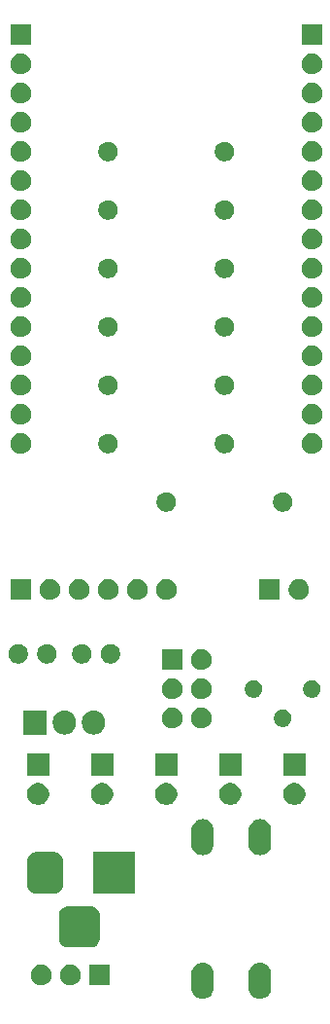
<source format=gbr>
G04 #@! TF.GenerationSoftware,KiCad,Pcbnew,(5.1.5-0)*
G04 #@! TF.CreationDate,2021-12-18T14:01:16-07:00*
G04 #@! TF.ProjectId,starman,73746172-6d61-46e2-9e6b-696361645f70,rev?*
G04 #@! TF.SameCoordinates,Original*
G04 #@! TF.FileFunction,Soldermask,Bot*
G04 #@! TF.FilePolarity,Negative*
%FSLAX46Y46*%
G04 Gerber Fmt 4.6, Leading zero omitted, Abs format (unit mm)*
G04 Created by KiCad (PCBNEW (5.1.5-0)) date 2021-12-18 14:01:16*
%MOMM*%
%LPD*%
G04 APERTURE LIST*
%ADD10C,0.100000*%
G04 APERTURE END LIST*
D10*
G36*
X120206328Y-144235122D02*
G01*
X120342436Y-144276410D01*
X120390309Y-144290932D01*
X120505674Y-144352596D01*
X120559860Y-144381559D01*
X120606035Y-144419454D01*
X120708476Y-144503524D01*
X120777923Y-144588147D01*
X120830441Y-144652140D01*
X120863316Y-144713646D01*
X120921068Y-144821691D01*
X120921069Y-144821694D01*
X120976878Y-145005671D01*
X120991000Y-145149056D01*
X120991000Y-146442944D01*
X120976878Y-146586329D01*
X120921069Y-146770306D01*
X120921068Y-146770309D01*
X120921067Y-146770310D01*
X120830441Y-146939860D01*
X120792546Y-146986035D01*
X120708476Y-147088476D01*
X120606035Y-147172546D01*
X120559860Y-147210441D01*
X120480225Y-147253006D01*
X120390309Y-147301068D01*
X120390306Y-147301069D01*
X120206329Y-147356878D01*
X120015000Y-147375722D01*
X119823672Y-147356878D01*
X119639695Y-147301069D01*
X119639692Y-147301068D01*
X119549776Y-147253006D01*
X119470141Y-147210441D01*
X119423966Y-147172546D01*
X119321525Y-147088476D01*
X119237455Y-146986035D01*
X119199560Y-146939860D01*
X119108932Y-146770306D01*
X119053123Y-146586329D01*
X119053123Y-146586327D01*
X119053122Y-146586325D01*
X119039000Y-146442945D01*
X119039000Y-145149056D01*
X119053122Y-145005674D01*
X119053122Y-145005672D01*
X119108931Y-144821695D01*
X119108932Y-144821691D01*
X119170596Y-144706326D01*
X119199559Y-144652140D01*
X119252077Y-144588147D01*
X119321524Y-144503524D01*
X119423965Y-144419454D01*
X119470140Y-144381559D01*
X119549775Y-144338994D01*
X119639691Y-144290932D01*
X119639694Y-144290931D01*
X119823671Y-144235122D01*
X120015000Y-144216278D01*
X120206328Y-144235122D01*
G37*
G36*
X125206328Y-144235122D02*
G01*
X125342436Y-144276410D01*
X125390309Y-144290932D01*
X125505674Y-144352596D01*
X125559860Y-144381559D01*
X125606035Y-144419454D01*
X125708476Y-144503524D01*
X125777923Y-144588147D01*
X125830441Y-144652140D01*
X125863316Y-144713646D01*
X125921068Y-144821691D01*
X125921069Y-144821694D01*
X125976878Y-145005671D01*
X125991000Y-145149056D01*
X125991000Y-146442944D01*
X125976878Y-146586329D01*
X125921069Y-146770306D01*
X125921068Y-146770309D01*
X125921067Y-146770310D01*
X125830441Y-146939860D01*
X125792546Y-146986035D01*
X125708476Y-147088476D01*
X125606035Y-147172546D01*
X125559860Y-147210441D01*
X125480225Y-147253006D01*
X125390309Y-147301068D01*
X125390306Y-147301069D01*
X125206329Y-147356878D01*
X125015000Y-147375722D01*
X124823672Y-147356878D01*
X124639695Y-147301069D01*
X124639692Y-147301068D01*
X124549776Y-147253006D01*
X124470141Y-147210441D01*
X124423966Y-147172546D01*
X124321525Y-147088476D01*
X124237455Y-146986035D01*
X124199560Y-146939860D01*
X124108932Y-146770306D01*
X124053123Y-146586329D01*
X124053123Y-146586327D01*
X124053122Y-146586325D01*
X124039000Y-146442945D01*
X124039000Y-145149056D01*
X124053122Y-145005674D01*
X124053122Y-145005672D01*
X124108931Y-144821695D01*
X124108932Y-144821691D01*
X124170596Y-144706326D01*
X124199559Y-144652140D01*
X124252077Y-144588147D01*
X124321524Y-144503524D01*
X124423965Y-144419454D01*
X124470140Y-144381559D01*
X124549775Y-144338994D01*
X124639691Y-144290932D01*
X124639694Y-144290931D01*
X124823671Y-144235122D01*
X125015000Y-144216278D01*
X125206328Y-144235122D01*
G37*
G36*
X111899000Y-146189000D02*
G01*
X110097000Y-146189000D01*
X110097000Y-144387000D01*
X111899000Y-144387000D01*
X111899000Y-146189000D01*
G37*
G36*
X108571512Y-144391927D02*
G01*
X108720812Y-144421624D01*
X108884784Y-144489544D01*
X109032354Y-144588147D01*
X109157853Y-144713646D01*
X109256456Y-144861216D01*
X109324376Y-145025188D01*
X109359000Y-145199259D01*
X109359000Y-145376741D01*
X109324376Y-145550812D01*
X109256456Y-145714784D01*
X109157853Y-145862354D01*
X109032354Y-145987853D01*
X108884784Y-146086456D01*
X108720812Y-146154376D01*
X108571512Y-146184073D01*
X108546742Y-146189000D01*
X108369258Y-146189000D01*
X108344488Y-146184073D01*
X108195188Y-146154376D01*
X108031216Y-146086456D01*
X107883646Y-145987853D01*
X107758147Y-145862354D01*
X107659544Y-145714784D01*
X107591624Y-145550812D01*
X107557000Y-145376741D01*
X107557000Y-145199259D01*
X107591624Y-145025188D01*
X107659544Y-144861216D01*
X107758147Y-144713646D01*
X107883646Y-144588147D01*
X108031216Y-144489544D01*
X108195188Y-144421624D01*
X108344488Y-144391927D01*
X108369258Y-144387000D01*
X108546742Y-144387000D01*
X108571512Y-144391927D01*
G37*
G36*
X106031512Y-144391927D02*
G01*
X106180812Y-144421624D01*
X106344784Y-144489544D01*
X106492354Y-144588147D01*
X106617853Y-144713646D01*
X106716456Y-144861216D01*
X106784376Y-145025188D01*
X106819000Y-145199259D01*
X106819000Y-145376741D01*
X106784376Y-145550812D01*
X106716456Y-145714784D01*
X106617853Y-145862354D01*
X106492354Y-145987853D01*
X106344784Y-146086456D01*
X106180812Y-146154376D01*
X106031512Y-146184073D01*
X106006742Y-146189000D01*
X105829258Y-146189000D01*
X105804488Y-146184073D01*
X105655188Y-146154376D01*
X105491216Y-146086456D01*
X105343646Y-145987853D01*
X105218147Y-145862354D01*
X105119544Y-145714784D01*
X105051624Y-145550812D01*
X105017000Y-145376741D01*
X105017000Y-145199259D01*
X105051624Y-145025188D01*
X105119544Y-144861216D01*
X105218147Y-144713646D01*
X105343646Y-144588147D01*
X105491216Y-144489544D01*
X105655188Y-144421624D01*
X105804488Y-144391927D01*
X105829258Y-144387000D01*
X106006742Y-144387000D01*
X106031512Y-144391927D01*
G37*
G36*
X110394366Y-139313695D02*
G01*
X110551460Y-139361349D01*
X110696231Y-139438731D01*
X110823128Y-139542872D01*
X110927269Y-139669769D01*
X111004651Y-139814540D01*
X111052305Y-139971634D01*
X111069000Y-140141140D01*
X111069000Y-142054860D01*
X111052305Y-142224366D01*
X111004651Y-142381460D01*
X110927269Y-142526231D01*
X110823128Y-142653128D01*
X110696231Y-142757269D01*
X110551460Y-142834651D01*
X110394366Y-142882305D01*
X110224860Y-142899000D01*
X108311140Y-142899000D01*
X108141634Y-142882305D01*
X107984540Y-142834651D01*
X107839769Y-142757269D01*
X107712872Y-142653128D01*
X107608731Y-142526231D01*
X107531349Y-142381460D01*
X107483695Y-142224366D01*
X107467000Y-142054860D01*
X107467000Y-140141140D01*
X107483695Y-139971634D01*
X107531349Y-139814540D01*
X107608731Y-139669769D01*
X107712872Y-139542872D01*
X107839769Y-139438731D01*
X107984540Y-139361349D01*
X108141634Y-139313695D01*
X108311140Y-139297000D01*
X110224860Y-139297000D01*
X110394366Y-139313695D01*
G37*
G36*
X114069000Y-138199000D02*
G01*
X110467000Y-138199000D01*
X110467000Y-134597000D01*
X114069000Y-134597000D01*
X114069000Y-138199000D01*
G37*
G36*
X107244979Y-134611293D02*
G01*
X107378625Y-134651834D01*
X107501784Y-134717664D01*
X107609740Y-134806260D01*
X107698336Y-134914216D01*
X107764166Y-135037375D01*
X107804707Y-135171021D01*
X107819000Y-135316140D01*
X107819000Y-137479860D01*
X107804707Y-137624979D01*
X107764166Y-137758625D01*
X107698336Y-137881784D01*
X107609740Y-137989740D01*
X107501784Y-138078336D01*
X107378625Y-138144166D01*
X107244979Y-138184707D01*
X107099860Y-138199000D01*
X105436140Y-138199000D01*
X105291021Y-138184707D01*
X105157375Y-138144166D01*
X105034216Y-138078336D01*
X104926260Y-137989740D01*
X104837664Y-137881784D01*
X104771834Y-137758625D01*
X104731293Y-137624979D01*
X104717000Y-137479860D01*
X104717000Y-135316140D01*
X104731293Y-135171021D01*
X104771834Y-135037375D01*
X104837664Y-134914216D01*
X104926260Y-134806260D01*
X105034216Y-134717664D01*
X105157375Y-134651834D01*
X105291021Y-134611293D01*
X105436140Y-134597000D01*
X107099860Y-134597000D01*
X107244979Y-134611293D01*
G37*
G36*
X120206328Y-131735122D02*
G01*
X120342436Y-131776410D01*
X120390309Y-131790932D01*
X120505674Y-131852596D01*
X120559860Y-131881559D01*
X120606035Y-131919454D01*
X120708476Y-132003524D01*
X120792546Y-132105965D01*
X120830441Y-132152140D01*
X120873006Y-132231775D01*
X120921068Y-132321691D01*
X120921069Y-132321694D01*
X120976878Y-132505671D01*
X120991000Y-132649056D01*
X120991000Y-133942944D01*
X120976878Y-134086329D01*
X120921069Y-134270306D01*
X120921068Y-134270309D01*
X120921067Y-134270310D01*
X120830441Y-134439860D01*
X120792546Y-134486035D01*
X120708476Y-134588476D01*
X120606035Y-134672546D01*
X120559860Y-134710441D01*
X120480225Y-134753006D01*
X120390309Y-134801068D01*
X120390306Y-134801069D01*
X120206329Y-134856878D01*
X120015000Y-134875722D01*
X119823672Y-134856878D01*
X119639695Y-134801069D01*
X119639692Y-134801068D01*
X119549776Y-134753006D01*
X119470141Y-134710441D01*
X119423966Y-134672546D01*
X119321525Y-134588476D01*
X119237455Y-134486035D01*
X119199560Y-134439860D01*
X119108932Y-134270306D01*
X119053123Y-134086329D01*
X119053123Y-134086327D01*
X119053122Y-134086325D01*
X119039000Y-133942945D01*
X119039000Y-132649056D01*
X119053122Y-132505674D01*
X119053122Y-132505672D01*
X119108931Y-132321695D01*
X119108932Y-132321691D01*
X119170596Y-132206326D01*
X119199559Y-132152140D01*
X119237454Y-132105965D01*
X119321524Y-132003524D01*
X119423965Y-131919454D01*
X119470140Y-131881559D01*
X119549775Y-131838994D01*
X119639691Y-131790932D01*
X119639694Y-131790931D01*
X119823671Y-131735122D01*
X120015000Y-131716278D01*
X120206328Y-131735122D01*
G37*
G36*
X125206328Y-131735122D02*
G01*
X125342436Y-131776410D01*
X125390309Y-131790932D01*
X125505674Y-131852596D01*
X125559860Y-131881559D01*
X125606035Y-131919454D01*
X125708476Y-132003524D01*
X125792546Y-132105965D01*
X125830441Y-132152140D01*
X125873006Y-132231775D01*
X125921068Y-132321691D01*
X125921069Y-132321694D01*
X125976878Y-132505671D01*
X125991000Y-132649056D01*
X125991000Y-133942944D01*
X125976878Y-134086329D01*
X125921069Y-134270306D01*
X125921068Y-134270309D01*
X125921067Y-134270310D01*
X125830441Y-134439860D01*
X125792546Y-134486035D01*
X125708476Y-134588476D01*
X125606035Y-134672546D01*
X125559860Y-134710441D01*
X125480225Y-134753006D01*
X125390309Y-134801068D01*
X125390306Y-134801069D01*
X125206329Y-134856878D01*
X125015000Y-134875722D01*
X124823672Y-134856878D01*
X124639695Y-134801069D01*
X124639692Y-134801068D01*
X124549776Y-134753006D01*
X124470141Y-134710441D01*
X124423966Y-134672546D01*
X124321525Y-134588476D01*
X124237455Y-134486035D01*
X124199560Y-134439860D01*
X124108932Y-134270306D01*
X124053123Y-134086329D01*
X124053123Y-134086327D01*
X124053122Y-134086325D01*
X124039000Y-133942945D01*
X124039000Y-132649056D01*
X124053122Y-132505674D01*
X124053122Y-132505672D01*
X124108931Y-132321695D01*
X124108932Y-132321691D01*
X124170596Y-132206326D01*
X124199559Y-132152140D01*
X124237454Y-132105965D01*
X124321524Y-132003524D01*
X124423965Y-131919454D01*
X124470140Y-131881559D01*
X124549775Y-131838994D01*
X124639691Y-131790932D01*
X124639694Y-131790931D01*
X124823671Y-131735122D01*
X125015000Y-131716278D01*
X125206328Y-131735122D01*
G37*
G36*
X117117395Y-128625546D02*
G01*
X117290466Y-128697234D01*
X117290467Y-128697235D01*
X117446227Y-128801310D01*
X117578690Y-128933773D01*
X117578691Y-128933775D01*
X117682766Y-129089534D01*
X117754454Y-129262605D01*
X117791000Y-129446333D01*
X117791000Y-129633667D01*
X117754454Y-129817395D01*
X117682766Y-129990466D01*
X117682765Y-129990467D01*
X117578690Y-130146227D01*
X117446227Y-130278690D01*
X117367818Y-130331081D01*
X117290466Y-130382766D01*
X117117395Y-130454454D01*
X116933667Y-130491000D01*
X116746333Y-130491000D01*
X116562605Y-130454454D01*
X116389534Y-130382766D01*
X116312182Y-130331081D01*
X116233773Y-130278690D01*
X116101310Y-130146227D01*
X115997235Y-129990467D01*
X115997234Y-129990466D01*
X115925546Y-129817395D01*
X115889000Y-129633667D01*
X115889000Y-129446333D01*
X115925546Y-129262605D01*
X115997234Y-129089534D01*
X116101309Y-128933775D01*
X116101310Y-128933773D01*
X116233773Y-128801310D01*
X116389533Y-128697235D01*
X116389534Y-128697234D01*
X116562605Y-128625546D01*
X116746333Y-128589000D01*
X116933667Y-128589000D01*
X117117395Y-128625546D01*
G37*
G36*
X128293395Y-128625546D02*
G01*
X128466466Y-128697234D01*
X128466467Y-128697235D01*
X128622227Y-128801310D01*
X128754690Y-128933773D01*
X128754691Y-128933775D01*
X128858766Y-129089534D01*
X128930454Y-129262605D01*
X128967000Y-129446333D01*
X128967000Y-129633667D01*
X128930454Y-129817395D01*
X128858766Y-129990466D01*
X128858765Y-129990467D01*
X128754690Y-130146227D01*
X128622227Y-130278690D01*
X128543818Y-130331081D01*
X128466466Y-130382766D01*
X128293395Y-130454454D01*
X128109667Y-130491000D01*
X127922333Y-130491000D01*
X127738605Y-130454454D01*
X127565534Y-130382766D01*
X127488182Y-130331081D01*
X127409773Y-130278690D01*
X127277310Y-130146227D01*
X127173235Y-129990467D01*
X127173234Y-129990466D01*
X127101546Y-129817395D01*
X127065000Y-129633667D01*
X127065000Y-129446333D01*
X127101546Y-129262605D01*
X127173234Y-129089534D01*
X127277309Y-128933775D01*
X127277310Y-128933773D01*
X127409773Y-128801310D01*
X127565533Y-128697235D01*
X127565534Y-128697234D01*
X127738605Y-128625546D01*
X127922333Y-128589000D01*
X128109667Y-128589000D01*
X128293395Y-128625546D01*
G37*
G36*
X105941395Y-128625546D02*
G01*
X106114466Y-128697234D01*
X106114467Y-128697235D01*
X106270227Y-128801310D01*
X106402690Y-128933773D01*
X106402691Y-128933775D01*
X106506766Y-129089534D01*
X106578454Y-129262605D01*
X106615000Y-129446333D01*
X106615000Y-129633667D01*
X106578454Y-129817395D01*
X106506766Y-129990466D01*
X106506765Y-129990467D01*
X106402690Y-130146227D01*
X106270227Y-130278690D01*
X106191818Y-130331081D01*
X106114466Y-130382766D01*
X105941395Y-130454454D01*
X105757667Y-130491000D01*
X105570333Y-130491000D01*
X105386605Y-130454454D01*
X105213534Y-130382766D01*
X105136182Y-130331081D01*
X105057773Y-130278690D01*
X104925310Y-130146227D01*
X104821235Y-129990467D01*
X104821234Y-129990466D01*
X104749546Y-129817395D01*
X104713000Y-129633667D01*
X104713000Y-129446333D01*
X104749546Y-129262605D01*
X104821234Y-129089534D01*
X104925309Y-128933775D01*
X104925310Y-128933773D01*
X105057773Y-128801310D01*
X105213533Y-128697235D01*
X105213534Y-128697234D01*
X105386605Y-128625546D01*
X105570333Y-128589000D01*
X105757667Y-128589000D01*
X105941395Y-128625546D01*
G37*
G36*
X111529395Y-128625546D02*
G01*
X111702466Y-128697234D01*
X111702467Y-128697235D01*
X111858227Y-128801310D01*
X111990690Y-128933773D01*
X111990691Y-128933775D01*
X112094766Y-129089534D01*
X112166454Y-129262605D01*
X112203000Y-129446333D01*
X112203000Y-129633667D01*
X112166454Y-129817395D01*
X112094766Y-129990466D01*
X112094765Y-129990467D01*
X111990690Y-130146227D01*
X111858227Y-130278690D01*
X111779818Y-130331081D01*
X111702466Y-130382766D01*
X111529395Y-130454454D01*
X111345667Y-130491000D01*
X111158333Y-130491000D01*
X110974605Y-130454454D01*
X110801534Y-130382766D01*
X110724182Y-130331081D01*
X110645773Y-130278690D01*
X110513310Y-130146227D01*
X110409235Y-129990467D01*
X110409234Y-129990466D01*
X110337546Y-129817395D01*
X110301000Y-129633667D01*
X110301000Y-129446333D01*
X110337546Y-129262605D01*
X110409234Y-129089534D01*
X110513309Y-128933775D01*
X110513310Y-128933773D01*
X110645773Y-128801310D01*
X110801533Y-128697235D01*
X110801534Y-128697234D01*
X110974605Y-128625546D01*
X111158333Y-128589000D01*
X111345667Y-128589000D01*
X111529395Y-128625546D01*
G37*
G36*
X122705395Y-128625546D02*
G01*
X122878466Y-128697234D01*
X122878467Y-128697235D01*
X123034227Y-128801310D01*
X123166690Y-128933773D01*
X123166691Y-128933775D01*
X123270766Y-129089534D01*
X123342454Y-129262605D01*
X123379000Y-129446333D01*
X123379000Y-129633667D01*
X123342454Y-129817395D01*
X123270766Y-129990466D01*
X123270765Y-129990467D01*
X123166690Y-130146227D01*
X123034227Y-130278690D01*
X122955818Y-130331081D01*
X122878466Y-130382766D01*
X122705395Y-130454454D01*
X122521667Y-130491000D01*
X122334333Y-130491000D01*
X122150605Y-130454454D01*
X121977534Y-130382766D01*
X121900182Y-130331081D01*
X121821773Y-130278690D01*
X121689310Y-130146227D01*
X121585235Y-129990467D01*
X121585234Y-129990466D01*
X121513546Y-129817395D01*
X121477000Y-129633667D01*
X121477000Y-129446333D01*
X121513546Y-129262605D01*
X121585234Y-129089534D01*
X121689309Y-128933775D01*
X121689310Y-128933773D01*
X121821773Y-128801310D01*
X121977533Y-128697235D01*
X121977534Y-128697234D01*
X122150605Y-128625546D01*
X122334333Y-128589000D01*
X122521667Y-128589000D01*
X122705395Y-128625546D01*
G37*
G36*
X117791000Y-127951000D02*
G01*
X115889000Y-127951000D01*
X115889000Y-126049000D01*
X117791000Y-126049000D01*
X117791000Y-127951000D01*
G37*
G36*
X128967000Y-127951000D02*
G01*
X127065000Y-127951000D01*
X127065000Y-126049000D01*
X128967000Y-126049000D01*
X128967000Y-127951000D01*
G37*
G36*
X106615000Y-127951000D02*
G01*
X104713000Y-127951000D01*
X104713000Y-126049000D01*
X106615000Y-126049000D01*
X106615000Y-127951000D01*
G37*
G36*
X112203000Y-127951000D02*
G01*
X110301000Y-127951000D01*
X110301000Y-126049000D01*
X112203000Y-126049000D01*
X112203000Y-127951000D01*
G37*
G36*
X123379000Y-127951000D02*
G01*
X121477000Y-127951000D01*
X121477000Y-126049000D01*
X123379000Y-126049000D01*
X123379000Y-127951000D01*
G37*
G36*
X110686719Y-122280520D02*
G01*
X110873322Y-122337125D01*
X110875883Y-122337902D01*
X110920306Y-122361647D01*
X111050212Y-122431083D01*
X111203015Y-122556485D01*
X111328417Y-122709288D01*
X111421599Y-122883619D01*
X111478980Y-123072780D01*
X111493500Y-123220206D01*
X111493500Y-123413793D01*
X111478980Y-123561219D01*
X111461376Y-123619252D01*
X111421598Y-123750383D01*
X111393807Y-123802375D01*
X111328417Y-123924712D01*
X111203015Y-124077515D01*
X111050212Y-124202917D01*
X110875881Y-124296099D01*
X110686720Y-124353480D01*
X110490000Y-124372855D01*
X110293281Y-124353480D01*
X110104120Y-124296099D01*
X109929788Y-124202917D01*
X109776985Y-124077515D01*
X109651583Y-123924712D01*
X109558401Y-123750381D01*
X109501020Y-123561220D01*
X109486500Y-123413794D01*
X109486500Y-123220207D01*
X109501020Y-123072781D01*
X109558401Y-122883620D01*
X109558402Y-122883617D01*
X109650611Y-122711107D01*
X109651583Y-122709288D01*
X109776985Y-122556485D01*
X109929788Y-122431083D01*
X110104119Y-122337901D01*
X110293280Y-122280520D01*
X110490000Y-122261145D01*
X110686719Y-122280520D01*
G37*
G36*
X108146719Y-122280520D02*
G01*
X108333322Y-122337125D01*
X108335883Y-122337902D01*
X108380306Y-122361647D01*
X108510212Y-122431083D01*
X108663015Y-122556485D01*
X108788417Y-122709288D01*
X108881599Y-122883619D01*
X108938980Y-123072780D01*
X108953500Y-123220206D01*
X108953500Y-123413793D01*
X108938980Y-123561219D01*
X108921376Y-123619252D01*
X108881598Y-123750383D01*
X108853807Y-123802375D01*
X108788417Y-123924712D01*
X108663015Y-124077515D01*
X108510212Y-124202917D01*
X108335881Y-124296099D01*
X108146720Y-124353480D01*
X107950000Y-124372855D01*
X107753281Y-124353480D01*
X107564120Y-124296099D01*
X107389788Y-124202917D01*
X107236985Y-124077515D01*
X107111583Y-123924712D01*
X107018401Y-123750381D01*
X106961020Y-123561220D01*
X106946500Y-123413794D01*
X106946500Y-123220207D01*
X106961020Y-123072781D01*
X107018401Y-122883620D01*
X107018402Y-122883617D01*
X107110611Y-122711107D01*
X107111583Y-122709288D01*
X107236985Y-122556485D01*
X107389788Y-122431083D01*
X107564119Y-122337901D01*
X107753280Y-122280520D01*
X107950000Y-122261145D01*
X108146719Y-122280520D01*
G37*
G36*
X106413500Y-124368000D02*
G01*
X104406500Y-124368000D01*
X104406500Y-122266000D01*
X106413500Y-122266000D01*
X106413500Y-124368000D01*
G37*
G36*
X117461512Y-122039927D02*
G01*
X117610812Y-122069624D01*
X117774784Y-122137544D01*
X117922354Y-122236147D01*
X118047853Y-122361646D01*
X118146456Y-122509216D01*
X118214376Y-122673188D01*
X118249000Y-122847259D01*
X118249000Y-123024741D01*
X118214376Y-123198812D01*
X118146456Y-123362784D01*
X118047853Y-123510354D01*
X117922354Y-123635853D01*
X117774784Y-123734456D01*
X117610812Y-123802376D01*
X117461512Y-123832073D01*
X117436742Y-123837000D01*
X117259258Y-123837000D01*
X117234488Y-123832073D01*
X117085188Y-123802376D01*
X116921216Y-123734456D01*
X116773646Y-123635853D01*
X116648147Y-123510354D01*
X116549544Y-123362784D01*
X116481624Y-123198812D01*
X116447000Y-123024741D01*
X116447000Y-122847259D01*
X116481624Y-122673188D01*
X116549544Y-122509216D01*
X116648147Y-122361646D01*
X116773646Y-122236147D01*
X116921216Y-122137544D01*
X117085188Y-122069624D01*
X117234488Y-122039927D01*
X117259258Y-122035000D01*
X117436742Y-122035000D01*
X117461512Y-122039927D01*
G37*
G36*
X120001512Y-122039927D02*
G01*
X120150812Y-122069624D01*
X120314784Y-122137544D01*
X120462354Y-122236147D01*
X120587853Y-122361646D01*
X120686456Y-122509216D01*
X120754376Y-122673188D01*
X120789000Y-122847259D01*
X120789000Y-123024741D01*
X120754376Y-123198812D01*
X120686456Y-123362784D01*
X120587853Y-123510354D01*
X120462354Y-123635853D01*
X120314784Y-123734456D01*
X120150812Y-123802376D01*
X120001512Y-123832073D01*
X119976742Y-123837000D01*
X119799258Y-123837000D01*
X119774488Y-123832073D01*
X119625188Y-123802376D01*
X119461216Y-123734456D01*
X119313646Y-123635853D01*
X119188147Y-123510354D01*
X119089544Y-123362784D01*
X119021624Y-123198812D01*
X118987000Y-123024741D01*
X118987000Y-122847259D01*
X119021624Y-122673188D01*
X119089544Y-122509216D01*
X119188147Y-122361646D01*
X119313646Y-122236147D01*
X119461216Y-122137544D01*
X119625188Y-122069624D01*
X119774488Y-122039927D01*
X119799258Y-122035000D01*
X119976742Y-122035000D01*
X120001512Y-122039927D01*
G37*
G36*
X127125589Y-122174876D02*
G01*
X127224893Y-122194629D01*
X127365206Y-122252748D01*
X127491484Y-122337125D01*
X127598875Y-122444516D01*
X127683252Y-122570794D01*
X127741371Y-122711107D01*
X127771000Y-122860063D01*
X127771000Y-123011937D01*
X127741371Y-123160893D01*
X127683252Y-123301206D01*
X127598875Y-123427484D01*
X127491484Y-123534875D01*
X127365206Y-123619252D01*
X127224893Y-123677371D01*
X127125589Y-123697124D01*
X127075938Y-123707000D01*
X126924062Y-123707000D01*
X126874411Y-123697124D01*
X126775107Y-123677371D01*
X126634794Y-123619252D01*
X126508516Y-123534875D01*
X126401125Y-123427484D01*
X126316748Y-123301206D01*
X126258629Y-123160893D01*
X126229000Y-123011937D01*
X126229000Y-122860063D01*
X126258629Y-122711107D01*
X126316748Y-122570794D01*
X126401125Y-122444516D01*
X126508516Y-122337125D01*
X126634794Y-122252748D01*
X126775107Y-122194629D01*
X126874411Y-122174876D01*
X126924062Y-122165000D01*
X127075938Y-122165000D01*
X127125589Y-122174876D01*
G37*
G36*
X120001512Y-119499927D02*
G01*
X120150812Y-119529624D01*
X120314784Y-119597544D01*
X120462354Y-119696147D01*
X120587853Y-119821646D01*
X120686456Y-119969216D01*
X120754376Y-120133188D01*
X120789000Y-120307259D01*
X120789000Y-120484741D01*
X120754376Y-120658812D01*
X120686456Y-120822784D01*
X120587853Y-120970354D01*
X120462354Y-121095853D01*
X120314784Y-121194456D01*
X120150812Y-121262376D01*
X120001512Y-121292073D01*
X119976742Y-121297000D01*
X119799258Y-121297000D01*
X119774488Y-121292073D01*
X119625188Y-121262376D01*
X119461216Y-121194456D01*
X119313646Y-121095853D01*
X119188147Y-120970354D01*
X119089544Y-120822784D01*
X119021624Y-120658812D01*
X118987000Y-120484741D01*
X118987000Y-120307259D01*
X119021624Y-120133188D01*
X119089544Y-119969216D01*
X119188147Y-119821646D01*
X119313646Y-119696147D01*
X119461216Y-119597544D01*
X119625188Y-119529624D01*
X119774488Y-119499927D01*
X119799258Y-119495000D01*
X119976742Y-119495000D01*
X120001512Y-119499927D01*
G37*
G36*
X117461512Y-119499927D02*
G01*
X117610812Y-119529624D01*
X117774784Y-119597544D01*
X117922354Y-119696147D01*
X118047853Y-119821646D01*
X118146456Y-119969216D01*
X118214376Y-120133188D01*
X118249000Y-120307259D01*
X118249000Y-120484741D01*
X118214376Y-120658812D01*
X118146456Y-120822784D01*
X118047853Y-120970354D01*
X117922354Y-121095853D01*
X117774784Y-121194456D01*
X117610812Y-121262376D01*
X117461512Y-121292073D01*
X117436742Y-121297000D01*
X117259258Y-121297000D01*
X117234488Y-121292073D01*
X117085188Y-121262376D01*
X116921216Y-121194456D01*
X116773646Y-121095853D01*
X116648147Y-120970354D01*
X116549544Y-120822784D01*
X116481624Y-120658812D01*
X116447000Y-120484741D01*
X116447000Y-120307259D01*
X116481624Y-120133188D01*
X116549544Y-119969216D01*
X116648147Y-119821646D01*
X116773646Y-119696147D01*
X116921216Y-119597544D01*
X117085188Y-119529624D01*
X117234488Y-119499927D01*
X117259258Y-119495000D01*
X117436742Y-119495000D01*
X117461512Y-119499927D01*
G37*
G36*
X129665589Y-119634876D02*
G01*
X129764893Y-119654629D01*
X129905206Y-119712748D01*
X130031484Y-119797125D01*
X130138875Y-119904516D01*
X130223252Y-120030794D01*
X130281371Y-120171107D01*
X130311000Y-120320063D01*
X130311000Y-120471937D01*
X130281371Y-120620893D01*
X130223252Y-120761206D01*
X130138875Y-120887484D01*
X130031484Y-120994875D01*
X129905206Y-121079252D01*
X129764893Y-121137371D01*
X129665589Y-121157124D01*
X129615938Y-121167000D01*
X129464062Y-121167000D01*
X129414411Y-121157124D01*
X129315107Y-121137371D01*
X129174794Y-121079252D01*
X129048516Y-120994875D01*
X128941125Y-120887484D01*
X128856748Y-120761206D01*
X128798629Y-120620893D01*
X128769000Y-120471937D01*
X128769000Y-120320063D01*
X128798629Y-120171107D01*
X128856748Y-120030794D01*
X128941125Y-119904516D01*
X129048516Y-119797125D01*
X129174794Y-119712748D01*
X129315107Y-119654629D01*
X129414411Y-119634876D01*
X129464062Y-119625000D01*
X129615938Y-119625000D01*
X129665589Y-119634876D01*
G37*
G36*
X124585589Y-119634876D02*
G01*
X124684893Y-119654629D01*
X124825206Y-119712748D01*
X124951484Y-119797125D01*
X125058875Y-119904516D01*
X125143252Y-120030794D01*
X125201371Y-120171107D01*
X125231000Y-120320063D01*
X125231000Y-120471937D01*
X125201371Y-120620893D01*
X125143252Y-120761206D01*
X125058875Y-120887484D01*
X124951484Y-120994875D01*
X124825206Y-121079252D01*
X124684893Y-121137371D01*
X124585589Y-121157124D01*
X124535938Y-121167000D01*
X124384062Y-121167000D01*
X124334411Y-121157124D01*
X124235107Y-121137371D01*
X124094794Y-121079252D01*
X123968516Y-120994875D01*
X123861125Y-120887484D01*
X123776748Y-120761206D01*
X123718629Y-120620893D01*
X123689000Y-120471937D01*
X123689000Y-120320063D01*
X123718629Y-120171107D01*
X123776748Y-120030794D01*
X123861125Y-119904516D01*
X123968516Y-119797125D01*
X124094794Y-119712748D01*
X124235107Y-119654629D01*
X124334411Y-119634876D01*
X124384062Y-119625000D01*
X124535938Y-119625000D01*
X124585589Y-119634876D01*
G37*
G36*
X120001512Y-116959927D02*
G01*
X120150812Y-116989624D01*
X120314784Y-117057544D01*
X120462354Y-117156147D01*
X120587853Y-117281646D01*
X120686456Y-117429216D01*
X120754376Y-117593188D01*
X120789000Y-117767259D01*
X120789000Y-117944741D01*
X120754376Y-118118812D01*
X120686456Y-118282784D01*
X120587853Y-118430354D01*
X120462354Y-118555853D01*
X120314784Y-118654456D01*
X120150812Y-118722376D01*
X120001512Y-118752073D01*
X119976742Y-118757000D01*
X119799258Y-118757000D01*
X119774488Y-118752073D01*
X119625188Y-118722376D01*
X119461216Y-118654456D01*
X119313646Y-118555853D01*
X119188147Y-118430354D01*
X119089544Y-118282784D01*
X119021624Y-118118812D01*
X118987000Y-117944741D01*
X118987000Y-117767259D01*
X119021624Y-117593188D01*
X119089544Y-117429216D01*
X119188147Y-117281646D01*
X119313646Y-117156147D01*
X119461216Y-117057544D01*
X119625188Y-116989624D01*
X119774488Y-116959927D01*
X119799258Y-116955000D01*
X119976742Y-116955000D01*
X120001512Y-116959927D01*
G37*
G36*
X118249000Y-118757000D02*
G01*
X116447000Y-118757000D01*
X116447000Y-116955000D01*
X118249000Y-116955000D01*
X118249000Y-118757000D01*
G37*
G36*
X104174228Y-116529703D02*
G01*
X104329100Y-116593853D01*
X104468481Y-116686985D01*
X104587015Y-116805519D01*
X104680147Y-116944900D01*
X104744297Y-117099772D01*
X104777000Y-117264184D01*
X104777000Y-117431816D01*
X104744297Y-117596228D01*
X104680147Y-117751100D01*
X104587015Y-117890481D01*
X104468481Y-118009015D01*
X104329100Y-118102147D01*
X104174228Y-118166297D01*
X104009816Y-118199000D01*
X103842184Y-118199000D01*
X103677772Y-118166297D01*
X103522900Y-118102147D01*
X103383519Y-118009015D01*
X103264985Y-117890481D01*
X103171853Y-117751100D01*
X103107703Y-117596228D01*
X103075000Y-117431816D01*
X103075000Y-117264184D01*
X103107703Y-117099772D01*
X103171853Y-116944900D01*
X103264985Y-116805519D01*
X103383519Y-116686985D01*
X103522900Y-116593853D01*
X103677772Y-116529703D01*
X103842184Y-116497000D01*
X104009816Y-116497000D01*
X104174228Y-116529703D01*
G37*
G36*
X112222228Y-116529703D02*
G01*
X112377100Y-116593853D01*
X112516481Y-116686985D01*
X112635015Y-116805519D01*
X112728147Y-116944900D01*
X112792297Y-117099772D01*
X112825000Y-117264184D01*
X112825000Y-117431816D01*
X112792297Y-117596228D01*
X112728147Y-117751100D01*
X112635015Y-117890481D01*
X112516481Y-118009015D01*
X112377100Y-118102147D01*
X112222228Y-118166297D01*
X112057816Y-118199000D01*
X111890184Y-118199000D01*
X111725772Y-118166297D01*
X111570900Y-118102147D01*
X111431519Y-118009015D01*
X111312985Y-117890481D01*
X111219853Y-117751100D01*
X111155703Y-117596228D01*
X111123000Y-117431816D01*
X111123000Y-117264184D01*
X111155703Y-117099772D01*
X111219853Y-116944900D01*
X111312985Y-116805519D01*
X111431519Y-116686985D01*
X111570900Y-116593853D01*
X111725772Y-116529703D01*
X111890184Y-116497000D01*
X112057816Y-116497000D01*
X112222228Y-116529703D01*
G37*
G36*
X106674228Y-116529703D02*
G01*
X106829100Y-116593853D01*
X106968481Y-116686985D01*
X107087015Y-116805519D01*
X107180147Y-116944900D01*
X107244297Y-117099772D01*
X107277000Y-117264184D01*
X107277000Y-117431816D01*
X107244297Y-117596228D01*
X107180147Y-117751100D01*
X107087015Y-117890481D01*
X106968481Y-118009015D01*
X106829100Y-118102147D01*
X106674228Y-118166297D01*
X106509816Y-118199000D01*
X106342184Y-118199000D01*
X106177772Y-118166297D01*
X106022900Y-118102147D01*
X105883519Y-118009015D01*
X105764985Y-117890481D01*
X105671853Y-117751100D01*
X105607703Y-117596228D01*
X105575000Y-117431816D01*
X105575000Y-117264184D01*
X105607703Y-117099772D01*
X105671853Y-116944900D01*
X105764985Y-116805519D01*
X105883519Y-116686985D01*
X106022900Y-116593853D01*
X106177772Y-116529703D01*
X106342184Y-116497000D01*
X106509816Y-116497000D01*
X106674228Y-116529703D01*
G37*
G36*
X109722228Y-116529703D02*
G01*
X109877100Y-116593853D01*
X110016481Y-116686985D01*
X110135015Y-116805519D01*
X110228147Y-116944900D01*
X110292297Y-117099772D01*
X110325000Y-117264184D01*
X110325000Y-117431816D01*
X110292297Y-117596228D01*
X110228147Y-117751100D01*
X110135015Y-117890481D01*
X110016481Y-118009015D01*
X109877100Y-118102147D01*
X109722228Y-118166297D01*
X109557816Y-118199000D01*
X109390184Y-118199000D01*
X109225772Y-118166297D01*
X109070900Y-118102147D01*
X108931519Y-118009015D01*
X108812985Y-117890481D01*
X108719853Y-117751100D01*
X108655703Y-117596228D01*
X108623000Y-117431816D01*
X108623000Y-117264184D01*
X108655703Y-117099772D01*
X108719853Y-116944900D01*
X108812985Y-116805519D01*
X108931519Y-116686985D01*
X109070900Y-116593853D01*
X109225772Y-116529703D01*
X109390184Y-116497000D01*
X109557816Y-116497000D01*
X109722228Y-116529703D01*
G37*
G36*
X109333512Y-110863927D02*
G01*
X109482812Y-110893624D01*
X109646784Y-110961544D01*
X109794354Y-111060147D01*
X109919853Y-111185646D01*
X110018456Y-111333216D01*
X110086376Y-111497188D01*
X110121000Y-111671259D01*
X110121000Y-111848741D01*
X110086376Y-112022812D01*
X110018456Y-112186784D01*
X109919853Y-112334354D01*
X109794354Y-112459853D01*
X109646784Y-112558456D01*
X109482812Y-112626376D01*
X109333512Y-112656073D01*
X109308742Y-112661000D01*
X109131258Y-112661000D01*
X109106488Y-112656073D01*
X108957188Y-112626376D01*
X108793216Y-112558456D01*
X108645646Y-112459853D01*
X108520147Y-112334354D01*
X108421544Y-112186784D01*
X108353624Y-112022812D01*
X108319000Y-111848741D01*
X108319000Y-111671259D01*
X108353624Y-111497188D01*
X108421544Y-111333216D01*
X108520147Y-111185646D01*
X108645646Y-111060147D01*
X108793216Y-110961544D01*
X108957188Y-110893624D01*
X109106488Y-110863927D01*
X109131258Y-110859000D01*
X109308742Y-110859000D01*
X109333512Y-110863927D01*
G37*
G36*
X128510512Y-110863927D02*
G01*
X128659812Y-110893624D01*
X128823784Y-110961544D01*
X128971354Y-111060147D01*
X129096853Y-111185646D01*
X129195456Y-111333216D01*
X129263376Y-111497188D01*
X129298000Y-111671259D01*
X129298000Y-111848741D01*
X129263376Y-112022812D01*
X129195456Y-112186784D01*
X129096853Y-112334354D01*
X128971354Y-112459853D01*
X128823784Y-112558456D01*
X128659812Y-112626376D01*
X128510512Y-112656073D01*
X128485742Y-112661000D01*
X128308258Y-112661000D01*
X128283488Y-112656073D01*
X128134188Y-112626376D01*
X127970216Y-112558456D01*
X127822646Y-112459853D01*
X127697147Y-112334354D01*
X127598544Y-112186784D01*
X127530624Y-112022812D01*
X127496000Y-111848741D01*
X127496000Y-111671259D01*
X127530624Y-111497188D01*
X127598544Y-111333216D01*
X127697147Y-111185646D01*
X127822646Y-111060147D01*
X127970216Y-110961544D01*
X128134188Y-110893624D01*
X128283488Y-110863927D01*
X128308258Y-110859000D01*
X128485742Y-110859000D01*
X128510512Y-110863927D01*
G37*
G36*
X126758000Y-112661000D02*
G01*
X124956000Y-112661000D01*
X124956000Y-110859000D01*
X126758000Y-110859000D01*
X126758000Y-112661000D01*
G37*
G36*
X116953512Y-110863927D02*
G01*
X117102812Y-110893624D01*
X117266784Y-110961544D01*
X117414354Y-111060147D01*
X117539853Y-111185646D01*
X117638456Y-111333216D01*
X117706376Y-111497188D01*
X117741000Y-111671259D01*
X117741000Y-111848741D01*
X117706376Y-112022812D01*
X117638456Y-112186784D01*
X117539853Y-112334354D01*
X117414354Y-112459853D01*
X117266784Y-112558456D01*
X117102812Y-112626376D01*
X116953512Y-112656073D01*
X116928742Y-112661000D01*
X116751258Y-112661000D01*
X116726488Y-112656073D01*
X116577188Y-112626376D01*
X116413216Y-112558456D01*
X116265646Y-112459853D01*
X116140147Y-112334354D01*
X116041544Y-112186784D01*
X115973624Y-112022812D01*
X115939000Y-111848741D01*
X115939000Y-111671259D01*
X115973624Y-111497188D01*
X116041544Y-111333216D01*
X116140147Y-111185646D01*
X116265646Y-111060147D01*
X116413216Y-110961544D01*
X116577188Y-110893624D01*
X116726488Y-110863927D01*
X116751258Y-110859000D01*
X116928742Y-110859000D01*
X116953512Y-110863927D01*
G37*
G36*
X114413512Y-110863927D02*
G01*
X114562812Y-110893624D01*
X114726784Y-110961544D01*
X114874354Y-111060147D01*
X114999853Y-111185646D01*
X115098456Y-111333216D01*
X115166376Y-111497188D01*
X115201000Y-111671259D01*
X115201000Y-111848741D01*
X115166376Y-112022812D01*
X115098456Y-112186784D01*
X114999853Y-112334354D01*
X114874354Y-112459853D01*
X114726784Y-112558456D01*
X114562812Y-112626376D01*
X114413512Y-112656073D01*
X114388742Y-112661000D01*
X114211258Y-112661000D01*
X114186488Y-112656073D01*
X114037188Y-112626376D01*
X113873216Y-112558456D01*
X113725646Y-112459853D01*
X113600147Y-112334354D01*
X113501544Y-112186784D01*
X113433624Y-112022812D01*
X113399000Y-111848741D01*
X113399000Y-111671259D01*
X113433624Y-111497188D01*
X113501544Y-111333216D01*
X113600147Y-111185646D01*
X113725646Y-111060147D01*
X113873216Y-110961544D01*
X114037188Y-110893624D01*
X114186488Y-110863927D01*
X114211258Y-110859000D01*
X114388742Y-110859000D01*
X114413512Y-110863927D01*
G37*
G36*
X111873512Y-110863927D02*
G01*
X112022812Y-110893624D01*
X112186784Y-110961544D01*
X112334354Y-111060147D01*
X112459853Y-111185646D01*
X112558456Y-111333216D01*
X112626376Y-111497188D01*
X112661000Y-111671259D01*
X112661000Y-111848741D01*
X112626376Y-112022812D01*
X112558456Y-112186784D01*
X112459853Y-112334354D01*
X112334354Y-112459853D01*
X112186784Y-112558456D01*
X112022812Y-112626376D01*
X111873512Y-112656073D01*
X111848742Y-112661000D01*
X111671258Y-112661000D01*
X111646488Y-112656073D01*
X111497188Y-112626376D01*
X111333216Y-112558456D01*
X111185646Y-112459853D01*
X111060147Y-112334354D01*
X110961544Y-112186784D01*
X110893624Y-112022812D01*
X110859000Y-111848741D01*
X110859000Y-111671259D01*
X110893624Y-111497188D01*
X110961544Y-111333216D01*
X111060147Y-111185646D01*
X111185646Y-111060147D01*
X111333216Y-110961544D01*
X111497188Y-110893624D01*
X111646488Y-110863927D01*
X111671258Y-110859000D01*
X111848742Y-110859000D01*
X111873512Y-110863927D01*
G37*
G36*
X106793512Y-110863927D02*
G01*
X106942812Y-110893624D01*
X107106784Y-110961544D01*
X107254354Y-111060147D01*
X107379853Y-111185646D01*
X107478456Y-111333216D01*
X107546376Y-111497188D01*
X107581000Y-111671259D01*
X107581000Y-111848741D01*
X107546376Y-112022812D01*
X107478456Y-112186784D01*
X107379853Y-112334354D01*
X107254354Y-112459853D01*
X107106784Y-112558456D01*
X106942812Y-112626376D01*
X106793512Y-112656073D01*
X106768742Y-112661000D01*
X106591258Y-112661000D01*
X106566488Y-112656073D01*
X106417188Y-112626376D01*
X106253216Y-112558456D01*
X106105646Y-112459853D01*
X105980147Y-112334354D01*
X105881544Y-112186784D01*
X105813624Y-112022812D01*
X105779000Y-111848741D01*
X105779000Y-111671259D01*
X105813624Y-111497188D01*
X105881544Y-111333216D01*
X105980147Y-111185646D01*
X106105646Y-111060147D01*
X106253216Y-110961544D01*
X106417188Y-110893624D01*
X106566488Y-110863927D01*
X106591258Y-110859000D01*
X106768742Y-110859000D01*
X106793512Y-110863927D01*
G37*
G36*
X105041000Y-112661000D02*
G01*
X103239000Y-112661000D01*
X103239000Y-110859000D01*
X105041000Y-110859000D01*
X105041000Y-112661000D01*
G37*
G36*
X127248228Y-103321703D02*
G01*
X127403100Y-103385853D01*
X127542481Y-103478985D01*
X127661015Y-103597519D01*
X127754147Y-103736900D01*
X127818297Y-103891772D01*
X127851000Y-104056184D01*
X127851000Y-104223816D01*
X127818297Y-104388228D01*
X127754147Y-104543100D01*
X127661015Y-104682481D01*
X127542481Y-104801015D01*
X127403100Y-104894147D01*
X127248228Y-104958297D01*
X127083816Y-104991000D01*
X126916184Y-104991000D01*
X126751772Y-104958297D01*
X126596900Y-104894147D01*
X126457519Y-104801015D01*
X126338985Y-104682481D01*
X126245853Y-104543100D01*
X126181703Y-104388228D01*
X126149000Y-104223816D01*
X126149000Y-104056184D01*
X126181703Y-103891772D01*
X126245853Y-103736900D01*
X126338985Y-103597519D01*
X126457519Y-103478985D01*
X126596900Y-103385853D01*
X126751772Y-103321703D01*
X126916184Y-103289000D01*
X127083816Y-103289000D01*
X127248228Y-103321703D01*
G37*
G36*
X117088228Y-103321703D02*
G01*
X117243100Y-103385853D01*
X117382481Y-103478985D01*
X117501015Y-103597519D01*
X117594147Y-103736900D01*
X117658297Y-103891772D01*
X117691000Y-104056184D01*
X117691000Y-104223816D01*
X117658297Y-104388228D01*
X117594147Y-104543100D01*
X117501015Y-104682481D01*
X117382481Y-104801015D01*
X117243100Y-104894147D01*
X117088228Y-104958297D01*
X116923816Y-104991000D01*
X116756184Y-104991000D01*
X116591772Y-104958297D01*
X116436900Y-104894147D01*
X116297519Y-104801015D01*
X116178985Y-104682481D01*
X116085853Y-104543100D01*
X116021703Y-104388228D01*
X115989000Y-104223816D01*
X115989000Y-104056184D01*
X116021703Y-103891772D01*
X116085853Y-103736900D01*
X116178985Y-103597519D01*
X116297519Y-103478985D01*
X116436900Y-103385853D01*
X116591772Y-103321703D01*
X116756184Y-103289000D01*
X116923816Y-103289000D01*
X117088228Y-103321703D01*
G37*
G36*
X129653512Y-98163927D02*
G01*
X129802812Y-98193624D01*
X129966784Y-98261544D01*
X130114354Y-98360147D01*
X130239853Y-98485646D01*
X130338456Y-98633216D01*
X130406376Y-98797188D01*
X130441000Y-98971259D01*
X130441000Y-99148741D01*
X130406376Y-99322812D01*
X130338456Y-99486784D01*
X130239853Y-99634354D01*
X130114354Y-99759853D01*
X129966784Y-99858456D01*
X129802812Y-99926376D01*
X129653512Y-99956073D01*
X129628742Y-99961000D01*
X129451258Y-99961000D01*
X129426488Y-99956073D01*
X129277188Y-99926376D01*
X129113216Y-99858456D01*
X128965646Y-99759853D01*
X128840147Y-99634354D01*
X128741544Y-99486784D01*
X128673624Y-99322812D01*
X128639000Y-99148741D01*
X128639000Y-98971259D01*
X128673624Y-98797188D01*
X128741544Y-98633216D01*
X128840147Y-98485646D01*
X128965646Y-98360147D01*
X129113216Y-98261544D01*
X129277188Y-98193624D01*
X129426488Y-98163927D01*
X129451258Y-98159000D01*
X129628742Y-98159000D01*
X129653512Y-98163927D01*
G37*
G36*
X104253512Y-98163927D02*
G01*
X104402812Y-98193624D01*
X104566784Y-98261544D01*
X104714354Y-98360147D01*
X104839853Y-98485646D01*
X104938456Y-98633216D01*
X105006376Y-98797188D01*
X105041000Y-98971259D01*
X105041000Y-99148741D01*
X105006376Y-99322812D01*
X104938456Y-99486784D01*
X104839853Y-99634354D01*
X104714354Y-99759853D01*
X104566784Y-99858456D01*
X104402812Y-99926376D01*
X104253512Y-99956073D01*
X104228742Y-99961000D01*
X104051258Y-99961000D01*
X104026488Y-99956073D01*
X103877188Y-99926376D01*
X103713216Y-99858456D01*
X103565646Y-99759853D01*
X103440147Y-99634354D01*
X103341544Y-99486784D01*
X103273624Y-99322812D01*
X103239000Y-99148741D01*
X103239000Y-98971259D01*
X103273624Y-98797188D01*
X103341544Y-98633216D01*
X103440147Y-98485646D01*
X103565646Y-98360147D01*
X103713216Y-98261544D01*
X103877188Y-98193624D01*
X104026488Y-98163927D01*
X104051258Y-98159000D01*
X104228742Y-98159000D01*
X104253512Y-98163927D01*
G37*
G36*
X122168228Y-98241703D02*
G01*
X122323100Y-98305853D01*
X122462481Y-98398985D01*
X122581015Y-98517519D01*
X122674147Y-98656900D01*
X122738297Y-98811772D01*
X122771000Y-98976184D01*
X122771000Y-99143816D01*
X122738297Y-99308228D01*
X122674147Y-99463100D01*
X122581015Y-99602481D01*
X122462481Y-99721015D01*
X122323100Y-99814147D01*
X122168228Y-99878297D01*
X122003816Y-99911000D01*
X121836184Y-99911000D01*
X121671772Y-99878297D01*
X121516900Y-99814147D01*
X121377519Y-99721015D01*
X121258985Y-99602481D01*
X121165853Y-99463100D01*
X121101703Y-99308228D01*
X121069000Y-99143816D01*
X121069000Y-98976184D01*
X121101703Y-98811772D01*
X121165853Y-98656900D01*
X121258985Y-98517519D01*
X121377519Y-98398985D01*
X121516900Y-98305853D01*
X121671772Y-98241703D01*
X121836184Y-98209000D01*
X122003816Y-98209000D01*
X122168228Y-98241703D01*
G37*
G36*
X112008228Y-98241703D02*
G01*
X112163100Y-98305853D01*
X112302481Y-98398985D01*
X112421015Y-98517519D01*
X112514147Y-98656900D01*
X112578297Y-98811772D01*
X112611000Y-98976184D01*
X112611000Y-99143816D01*
X112578297Y-99308228D01*
X112514147Y-99463100D01*
X112421015Y-99602481D01*
X112302481Y-99721015D01*
X112163100Y-99814147D01*
X112008228Y-99878297D01*
X111843816Y-99911000D01*
X111676184Y-99911000D01*
X111511772Y-99878297D01*
X111356900Y-99814147D01*
X111217519Y-99721015D01*
X111098985Y-99602481D01*
X111005853Y-99463100D01*
X110941703Y-99308228D01*
X110909000Y-99143816D01*
X110909000Y-98976184D01*
X110941703Y-98811772D01*
X111005853Y-98656900D01*
X111098985Y-98517519D01*
X111217519Y-98398985D01*
X111356900Y-98305853D01*
X111511772Y-98241703D01*
X111676184Y-98209000D01*
X111843816Y-98209000D01*
X112008228Y-98241703D01*
G37*
G36*
X104253512Y-95623927D02*
G01*
X104402812Y-95653624D01*
X104566784Y-95721544D01*
X104714354Y-95820147D01*
X104839853Y-95945646D01*
X104938456Y-96093216D01*
X105006376Y-96257188D01*
X105041000Y-96431259D01*
X105041000Y-96608741D01*
X105006376Y-96782812D01*
X104938456Y-96946784D01*
X104839853Y-97094354D01*
X104714354Y-97219853D01*
X104566784Y-97318456D01*
X104402812Y-97386376D01*
X104253512Y-97416073D01*
X104228742Y-97421000D01*
X104051258Y-97421000D01*
X104026488Y-97416073D01*
X103877188Y-97386376D01*
X103713216Y-97318456D01*
X103565646Y-97219853D01*
X103440147Y-97094354D01*
X103341544Y-96946784D01*
X103273624Y-96782812D01*
X103239000Y-96608741D01*
X103239000Y-96431259D01*
X103273624Y-96257188D01*
X103341544Y-96093216D01*
X103440147Y-95945646D01*
X103565646Y-95820147D01*
X103713216Y-95721544D01*
X103877188Y-95653624D01*
X104026488Y-95623927D01*
X104051258Y-95619000D01*
X104228742Y-95619000D01*
X104253512Y-95623927D01*
G37*
G36*
X129653512Y-95623927D02*
G01*
X129802812Y-95653624D01*
X129966784Y-95721544D01*
X130114354Y-95820147D01*
X130239853Y-95945646D01*
X130338456Y-96093216D01*
X130406376Y-96257188D01*
X130441000Y-96431259D01*
X130441000Y-96608741D01*
X130406376Y-96782812D01*
X130338456Y-96946784D01*
X130239853Y-97094354D01*
X130114354Y-97219853D01*
X129966784Y-97318456D01*
X129802812Y-97386376D01*
X129653512Y-97416073D01*
X129628742Y-97421000D01*
X129451258Y-97421000D01*
X129426488Y-97416073D01*
X129277188Y-97386376D01*
X129113216Y-97318456D01*
X128965646Y-97219853D01*
X128840147Y-97094354D01*
X128741544Y-96946784D01*
X128673624Y-96782812D01*
X128639000Y-96608741D01*
X128639000Y-96431259D01*
X128673624Y-96257188D01*
X128741544Y-96093216D01*
X128840147Y-95945646D01*
X128965646Y-95820147D01*
X129113216Y-95721544D01*
X129277188Y-95653624D01*
X129426488Y-95623927D01*
X129451258Y-95619000D01*
X129628742Y-95619000D01*
X129653512Y-95623927D01*
G37*
G36*
X104253512Y-93083927D02*
G01*
X104402812Y-93113624D01*
X104566784Y-93181544D01*
X104714354Y-93280147D01*
X104839853Y-93405646D01*
X104938456Y-93553216D01*
X105006376Y-93717188D01*
X105041000Y-93891259D01*
X105041000Y-94068741D01*
X105006376Y-94242812D01*
X104938456Y-94406784D01*
X104839853Y-94554354D01*
X104714354Y-94679853D01*
X104566784Y-94778456D01*
X104402812Y-94846376D01*
X104253512Y-94876073D01*
X104228742Y-94881000D01*
X104051258Y-94881000D01*
X104026488Y-94876073D01*
X103877188Y-94846376D01*
X103713216Y-94778456D01*
X103565646Y-94679853D01*
X103440147Y-94554354D01*
X103341544Y-94406784D01*
X103273624Y-94242812D01*
X103239000Y-94068741D01*
X103239000Y-93891259D01*
X103273624Y-93717188D01*
X103341544Y-93553216D01*
X103440147Y-93405646D01*
X103565646Y-93280147D01*
X103713216Y-93181544D01*
X103877188Y-93113624D01*
X104026488Y-93083927D01*
X104051258Y-93079000D01*
X104228742Y-93079000D01*
X104253512Y-93083927D01*
G37*
G36*
X129653512Y-93083927D02*
G01*
X129802812Y-93113624D01*
X129966784Y-93181544D01*
X130114354Y-93280147D01*
X130239853Y-93405646D01*
X130338456Y-93553216D01*
X130406376Y-93717188D01*
X130441000Y-93891259D01*
X130441000Y-94068741D01*
X130406376Y-94242812D01*
X130338456Y-94406784D01*
X130239853Y-94554354D01*
X130114354Y-94679853D01*
X129966784Y-94778456D01*
X129802812Y-94846376D01*
X129653512Y-94876073D01*
X129628742Y-94881000D01*
X129451258Y-94881000D01*
X129426488Y-94876073D01*
X129277188Y-94846376D01*
X129113216Y-94778456D01*
X128965646Y-94679853D01*
X128840147Y-94554354D01*
X128741544Y-94406784D01*
X128673624Y-94242812D01*
X128639000Y-94068741D01*
X128639000Y-93891259D01*
X128673624Y-93717188D01*
X128741544Y-93553216D01*
X128840147Y-93405646D01*
X128965646Y-93280147D01*
X129113216Y-93181544D01*
X129277188Y-93113624D01*
X129426488Y-93083927D01*
X129451258Y-93079000D01*
X129628742Y-93079000D01*
X129653512Y-93083927D01*
G37*
G36*
X122168228Y-93161703D02*
G01*
X122323100Y-93225853D01*
X122462481Y-93318985D01*
X122581015Y-93437519D01*
X122674147Y-93576900D01*
X122738297Y-93731772D01*
X122771000Y-93896184D01*
X122771000Y-94063816D01*
X122738297Y-94228228D01*
X122674147Y-94383100D01*
X122581015Y-94522481D01*
X122462481Y-94641015D01*
X122323100Y-94734147D01*
X122168228Y-94798297D01*
X122003816Y-94831000D01*
X121836184Y-94831000D01*
X121671772Y-94798297D01*
X121516900Y-94734147D01*
X121377519Y-94641015D01*
X121258985Y-94522481D01*
X121165853Y-94383100D01*
X121101703Y-94228228D01*
X121069000Y-94063816D01*
X121069000Y-93896184D01*
X121101703Y-93731772D01*
X121165853Y-93576900D01*
X121258985Y-93437519D01*
X121377519Y-93318985D01*
X121516900Y-93225853D01*
X121671772Y-93161703D01*
X121836184Y-93129000D01*
X122003816Y-93129000D01*
X122168228Y-93161703D01*
G37*
G36*
X112008228Y-93161703D02*
G01*
X112163100Y-93225853D01*
X112302481Y-93318985D01*
X112421015Y-93437519D01*
X112514147Y-93576900D01*
X112578297Y-93731772D01*
X112611000Y-93896184D01*
X112611000Y-94063816D01*
X112578297Y-94228228D01*
X112514147Y-94383100D01*
X112421015Y-94522481D01*
X112302481Y-94641015D01*
X112163100Y-94734147D01*
X112008228Y-94798297D01*
X111843816Y-94831000D01*
X111676184Y-94831000D01*
X111511772Y-94798297D01*
X111356900Y-94734147D01*
X111217519Y-94641015D01*
X111098985Y-94522481D01*
X111005853Y-94383100D01*
X110941703Y-94228228D01*
X110909000Y-94063816D01*
X110909000Y-93896184D01*
X110941703Y-93731772D01*
X111005853Y-93576900D01*
X111098985Y-93437519D01*
X111217519Y-93318985D01*
X111356900Y-93225853D01*
X111511772Y-93161703D01*
X111676184Y-93129000D01*
X111843816Y-93129000D01*
X112008228Y-93161703D01*
G37*
G36*
X129653512Y-90543927D02*
G01*
X129802812Y-90573624D01*
X129966784Y-90641544D01*
X130114354Y-90740147D01*
X130239853Y-90865646D01*
X130338456Y-91013216D01*
X130406376Y-91177188D01*
X130441000Y-91351259D01*
X130441000Y-91528741D01*
X130406376Y-91702812D01*
X130338456Y-91866784D01*
X130239853Y-92014354D01*
X130114354Y-92139853D01*
X129966784Y-92238456D01*
X129802812Y-92306376D01*
X129653512Y-92336073D01*
X129628742Y-92341000D01*
X129451258Y-92341000D01*
X129426488Y-92336073D01*
X129277188Y-92306376D01*
X129113216Y-92238456D01*
X128965646Y-92139853D01*
X128840147Y-92014354D01*
X128741544Y-91866784D01*
X128673624Y-91702812D01*
X128639000Y-91528741D01*
X128639000Y-91351259D01*
X128673624Y-91177188D01*
X128741544Y-91013216D01*
X128840147Y-90865646D01*
X128965646Y-90740147D01*
X129113216Y-90641544D01*
X129277188Y-90573624D01*
X129426488Y-90543927D01*
X129451258Y-90539000D01*
X129628742Y-90539000D01*
X129653512Y-90543927D01*
G37*
G36*
X104253512Y-90543927D02*
G01*
X104402812Y-90573624D01*
X104566784Y-90641544D01*
X104714354Y-90740147D01*
X104839853Y-90865646D01*
X104938456Y-91013216D01*
X105006376Y-91177188D01*
X105041000Y-91351259D01*
X105041000Y-91528741D01*
X105006376Y-91702812D01*
X104938456Y-91866784D01*
X104839853Y-92014354D01*
X104714354Y-92139853D01*
X104566784Y-92238456D01*
X104402812Y-92306376D01*
X104253512Y-92336073D01*
X104228742Y-92341000D01*
X104051258Y-92341000D01*
X104026488Y-92336073D01*
X103877188Y-92306376D01*
X103713216Y-92238456D01*
X103565646Y-92139853D01*
X103440147Y-92014354D01*
X103341544Y-91866784D01*
X103273624Y-91702812D01*
X103239000Y-91528741D01*
X103239000Y-91351259D01*
X103273624Y-91177188D01*
X103341544Y-91013216D01*
X103440147Y-90865646D01*
X103565646Y-90740147D01*
X103713216Y-90641544D01*
X103877188Y-90573624D01*
X104026488Y-90543927D01*
X104051258Y-90539000D01*
X104228742Y-90539000D01*
X104253512Y-90543927D01*
G37*
G36*
X129653512Y-88003927D02*
G01*
X129802812Y-88033624D01*
X129966784Y-88101544D01*
X130114354Y-88200147D01*
X130239853Y-88325646D01*
X130338456Y-88473216D01*
X130406376Y-88637188D01*
X130441000Y-88811259D01*
X130441000Y-88988741D01*
X130406376Y-89162812D01*
X130338456Y-89326784D01*
X130239853Y-89474354D01*
X130114354Y-89599853D01*
X129966784Y-89698456D01*
X129802812Y-89766376D01*
X129653512Y-89796073D01*
X129628742Y-89801000D01*
X129451258Y-89801000D01*
X129426488Y-89796073D01*
X129277188Y-89766376D01*
X129113216Y-89698456D01*
X128965646Y-89599853D01*
X128840147Y-89474354D01*
X128741544Y-89326784D01*
X128673624Y-89162812D01*
X128639000Y-88988741D01*
X128639000Y-88811259D01*
X128673624Y-88637188D01*
X128741544Y-88473216D01*
X128840147Y-88325646D01*
X128965646Y-88200147D01*
X129113216Y-88101544D01*
X129277188Y-88033624D01*
X129426488Y-88003927D01*
X129451258Y-87999000D01*
X129628742Y-87999000D01*
X129653512Y-88003927D01*
G37*
G36*
X104253512Y-88003927D02*
G01*
X104402812Y-88033624D01*
X104566784Y-88101544D01*
X104714354Y-88200147D01*
X104839853Y-88325646D01*
X104938456Y-88473216D01*
X105006376Y-88637188D01*
X105041000Y-88811259D01*
X105041000Y-88988741D01*
X105006376Y-89162812D01*
X104938456Y-89326784D01*
X104839853Y-89474354D01*
X104714354Y-89599853D01*
X104566784Y-89698456D01*
X104402812Y-89766376D01*
X104253512Y-89796073D01*
X104228742Y-89801000D01*
X104051258Y-89801000D01*
X104026488Y-89796073D01*
X103877188Y-89766376D01*
X103713216Y-89698456D01*
X103565646Y-89599853D01*
X103440147Y-89474354D01*
X103341544Y-89326784D01*
X103273624Y-89162812D01*
X103239000Y-88988741D01*
X103239000Y-88811259D01*
X103273624Y-88637188D01*
X103341544Y-88473216D01*
X103440147Y-88325646D01*
X103565646Y-88200147D01*
X103713216Y-88101544D01*
X103877188Y-88033624D01*
X104026488Y-88003927D01*
X104051258Y-87999000D01*
X104228742Y-87999000D01*
X104253512Y-88003927D01*
G37*
G36*
X112008228Y-88081703D02*
G01*
X112163100Y-88145853D01*
X112302481Y-88238985D01*
X112421015Y-88357519D01*
X112514147Y-88496900D01*
X112578297Y-88651772D01*
X112611000Y-88816184D01*
X112611000Y-88983816D01*
X112578297Y-89148228D01*
X112514147Y-89303100D01*
X112421015Y-89442481D01*
X112302481Y-89561015D01*
X112163100Y-89654147D01*
X112008228Y-89718297D01*
X111843816Y-89751000D01*
X111676184Y-89751000D01*
X111511772Y-89718297D01*
X111356900Y-89654147D01*
X111217519Y-89561015D01*
X111098985Y-89442481D01*
X111005853Y-89303100D01*
X110941703Y-89148228D01*
X110909000Y-88983816D01*
X110909000Y-88816184D01*
X110941703Y-88651772D01*
X111005853Y-88496900D01*
X111098985Y-88357519D01*
X111217519Y-88238985D01*
X111356900Y-88145853D01*
X111511772Y-88081703D01*
X111676184Y-88049000D01*
X111843816Y-88049000D01*
X112008228Y-88081703D01*
G37*
G36*
X122168228Y-88081703D02*
G01*
X122323100Y-88145853D01*
X122462481Y-88238985D01*
X122581015Y-88357519D01*
X122674147Y-88496900D01*
X122738297Y-88651772D01*
X122771000Y-88816184D01*
X122771000Y-88983816D01*
X122738297Y-89148228D01*
X122674147Y-89303100D01*
X122581015Y-89442481D01*
X122462481Y-89561015D01*
X122323100Y-89654147D01*
X122168228Y-89718297D01*
X122003816Y-89751000D01*
X121836184Y-89751000D01*
X121671772Y-89718297D01*
X121516900Y-89654147D01*
X121377519Y-89561015D01*
X121258985Y-89442481D01*
X121165853Y-89303100D01*
X121101703Y-89148228D01*
X121069000Y-88983816D01*
X121069000Y-88816184D01*
X121101703Y-88651772D01*
X121165853Y-88496900D01*
X121258985Y-88357519D01*
X121377519Y-88238985D01*
X121516900Y-88145853D01*
X121671772Y-88081703D01*
X121836184Y-88049000D01*
X122003816Y-88049000D01*
X122168228Y-88081703D01*
G37*
G36*
X129653512Y-85463927D02*
G01*
X129802812Y-85493624D01*
X129966784Y-85561544D01*
X130114354Y-85660147D01*
X130239853Y-85785646D01*
X130338456Y-85933216D01*
X130406376Y-86097188D01*
X130441000Y-86271259D01*
X130441000Y-86448741D01*
X130406376Y-86622812D01*
X130338456Y-86786784D01*
X130239853Y-86934354D01*
X130114354Y-87059853D01*
X129966784Y-87158456D01*
X129802812Y-87226376D01*
X129653512Y-87256073D01*
X129628742Y-87261000D01*
X129451258Y-87261000D01*
X129426488Y-87256073D01*
X129277188Y-87226376D01*
X129113216Y-87158456D01*
X128965646Y-87059853D01*
X128840147Y-86934354D01*
X128741544Y-86786784D01*
X128673624Y-86622812D01*
X128639000Y-86448741D01*
X128639000Y-86271259D01*
X128673624Y-86097188D01*
X128741544Y-85933216D01*
X128840147Y-85785646D01*
X128965646Y-85660147D01*
X129113216Y-85561544D01*
X129277188Y-85493624D01*
X129426488Y-85463927D01*
X129451258Y-85459000D01*
X129628742Y-85459000D01*
X129653512Y-85463927D01*
G37*
G36*
X104253512Y-85463927D02*
G01*
X104402812Y-85493624D01*
X104566784Y-85561544D01*
X104714354Y-85660147D01*
X104839853Y-85785646D01*
X104938456Y-85933216D01*
X105006376Y-86097188D01*
X105041000Y-86271259D01*
X105041000Y-86448741D01*
X105006376Y-86622812D01*
X104938456Y-86786784D01*
X104839853Y-86934354D01*
X104714354Y-87059853D01*
X104566784Y-87158456D01*
X104402812Y-87226376D01*
X104253512Y-87256073D01*
X104228742Y-87261000D01*
X104051258Y-87261000D01*
X104026488Y-87256073D01*
X103877188Y-87226376D01*
X103713216Y-87158456D01*
X103565646Y-87059853D01*
X103440147Y-86934354D01*
X103341544Y-86786784D01*
X103273624Y-86622812D01*
X103239000Y-86448741D01*
X103239000Y-86271259D01*
X103273624Y-86097188D01*
X103341544Y-85933216D01*
X103440147Y-85785646D01*
X103565646Y-85660147D01*
X103713216Y-85561544D01*
X103877188Y-85493624D01*
X104026488Y-85463927D01*
X104051258Y-85459000D01*
X104228742Y-85459000D01*
X104253512Y-85463927D01*
G37*
G36*
X129653512Y-82923927D02*
G01*
X129802812Y-82953624D01*
X129966784Y-83021544D01*
X130114354Y-83120147D01*
X130239853Y-83245646D01*
X130338456Y-83393216D01*
X130406376Y-83557188D01*
X130441000Y-83731259D01*
X130441000Y-83908741D01*
X130406376Y-84082812D01*
X130338456Y-84246784D01*
X130239853Y-84394354D01*
X130114354Y-84519853D01*
X129966784Y-84618456D01*
X129802812Y-84686376D01*
X129653512Y-84716073D01*
X129628742Y-84721000D01*
X129451258Y-84721000D01*
X129426488Y-84716073D01*
X129277188Y-84686376D01*
X129113216Y-84618456D01*
X128965646Y-84519853D01*
X128840147Y-84394354D01*
X128741544Y-84246784D01*
X128673624Y-84082812D01*
X128639000Y-83908741D01*
X128639000Y-83731259D01*
X128673624Y-83557188D01*
X128741544Y-83393216D01*
X128840147Y-83245646D01*
X128965646Y-83120147D01*
X129113216Y-83021544D01*
X129277188Y-82953624D01*
X129426488Y-82923927D01*
X129451258Y-82919000D01*
X129628742Y-82919000D01*
X129653512Y-82923927D01*
G37*
G36*
X104253512Y-82923927D02*
G01*
X104402812Y-82953624D01*
X104566784Y-83021544D01*
X104714354Y-83120147D01*
X104839853Y-83245646D01*
X104938456Y-83393216D01*
X105006376Y-83557188D01*
X105041000Y-83731259D01*
X105041000Y-83908741D01*
X105006376Y-84082812D01*
X104938456Y-84246784D01*
X104839853Y-84394354D01*
X104714354Y-84519853D01*
X104566784Y-84618456D01*
X104402812Y-84686376D01*
X104253512Y-84716073D01*
X104228742Y-84721000D01*
X104051258Y-84721000D01*
X104026488Y-84716073D01*
X103877188Y-84686376D01*
X103713216Y-84618456D01*
X103565646Y-84519853D01*
X103440147Y-84394354D01*
X103341544Y-84246784D01*
X103273624Y-84082812D01*
X103239000Y-83908741D01*
X103239000Y-83731259D01*
X103273624Y-83557188D01*
X103341544Y-83393216D01*
X103440147Y-83245646D01*
X103565646Y-83120147D01*
X103713216Y-83021544D01*
X103877188Y-82953624D01*
X104026488Y-82923927D01*
X104051258Y-82919000D01*
X104228742Y-82919000D01*
X104253512Y-82923927D01*
G37*
G36*
X122168228Y-83001703D02*
G01*
X122323100Y-83065853D01*
X122462481Y-83158985D01*
X122581015Y-83277519D01*
X122674147Y-83416900D01*
X122738297Y-83571772D01*
X122771000Y-83736184D01*
X122771000Y-83903816D01*
X122738297Y-84068228D01*
X122674147Y-84223100D01*
X122581015Y-84362481D01*
X122462481Y-84481015D01*
X122323100Y-84574147D01*
X122168228Y-84638297D01*
X122003816Y-84671000D01*
X121836184Y-84671000D01*
X121671772Y-84638297D01*
X121516900Y-84574147D01*
X121377519Y-84481015D01*
X121258985Y-84362481D01*
X121165853Y-84223100D01*
X121101703Y-84068228D01*
X121069000Y-83903816D01*
X121069000Y-83736184D01*
X121101703Y-83571772D01*
X121165853Y-83416900D01*
X121258985Y-83277519D01*
X121377519Y-83158985D01*
X121516900Y-83065853D01*
X121671772Y-83001703D01*
X121836184Y-82969000D01*
X122003816Y-82969000D01*
X122168228Y-83001703D01*
G37*
G36*
X112008228Y-83001703D02*
G01*
X112163100Y-83065853D01*
X112302481Y-83158985D01*
X112421015Y-83277519D01*
X112514147Y-83416900D01*
X112578297Y-83571772D01*
X112611000Y-83736184D01*
X112611000Y-83903816D01*
X112578297Y-84068228D01*
X112514147Y-84223100D01*
X112421015Y-84362481D01*
X112302481Y-84481015D01*
X112163100Y-84574147D01*
X112008228Y-84638297D01*
X111843816Y-84671000D01*
X111676184Y-84671000D01*
X111511772Y-84638297D01*
X111356900Y-84574147D01*
X111217519Y-84481015D01*
X111098985Y-84362481D01*
X111005853Y-84223100D01*
X110941703Y-84068228D01*
X110909000Y-83903816D01*
X110909000Y-83736184D01*
X110941703Y-83571772D01*
X111005853Y-83416900D01*
X111098985Y-83277519D01*
X111217519Y-83158985D01*
X111356900Y-83065853D01*
X111511772Y-83001703D01*
X111676184Y-82969000D01*
X111843816Y-82969000D01*
X112008228Y-83001703D01*
G37*
G36*
X104253512Y-80383927D02*
G01*
X104402812Y-80413624D01*
X104566784Y-80481544D01*
X104714354Y-80580147D01*
X104839853Y-80705646D01*
X104938456Y-80853216D01*
X105006376Y-81017188D01*
X105041000Y-81191259D01*
X105041000Y-81368741D01*
X105006376Y-81542812D01*
X104938456Y-81706784D01*
X104839853Y-81854354D01*
X104714354Y-81979853D01*
X104566784Y-82078456D01*
X104402812Y-82146376D01*
X104253512Y-82176073D01*
X104228742Y-82181000D01*
X104051258Y-82181000D01*
X104026488Y-82176073D01*
X103877188Y-82146376D01*
X103713216Y-82078456D01*
X103565646Y-81979853D01*
X103440147Y-81854354D01*
X103341544Y-81706784D01*
X103273624Y-81542812D01*
X103239000Y-81368741D01*
X103239000Y-81191259D01*
X103273624Y-81017188D01*
X103341544Y-80853216D01*
X103440147Y-80705646D01*
X103565646Y-80580147D01*
X103713216Y-80481544D01*
X103877188Y-80413624D01*
X104026488Y-80383927D01*
X104051258Y-80379000D01*
X104228742Y-80379000D01*
X104253512Y-80383927D01*
G37*
G36*
X129653512Y-80383927D02*
G01*
X129802812Y-80413624D01*
X129966784Y-80481544D01*
X130114354Y-80580147D01*
X130239853Y-80705646D01*
X130338456Y-80853216D01*
X130406376Y-81017188D01*
X130441000Y-81191259D01*
X130441000Y-81368741D01*
X130406376Y-81542812D01*
X130338456Y-81706784D01*
X130239853Y-81854354D01*
X130114354Y-81979853D01*
X129966784Y-82078456D01*
X129802812Y-82146376D01*
X129653512Y-82176073D01*
X129628742Y-82181000D01*
X129451258Y-82181000D01*
X129426488Y-82176073D01*
X129277188Y-82146376D01*
X129113216Y-82078456D01*
X128965646Y-81979853D01*
X128840147Y-81854354D01*
X128741544Y-81706784D01*
X128673624Y-81542812D01*
X128639000Y-81368741D01*
X128639000Y-81191259D01*
X128673624Y-81017188D01*
X128741544Y-80853216D01*
X128840147Y-80705646D01*
X128965646Y-80580147D01*
X129113216Y-80481544D01*
X129277188Y-80413624D01*
X129426488Y-80383927D01*
X129451258Y-80379000D01*
X129628742Y-80379000D01*
X129653512Y-80383927D01*
G37*
G36*
X104253512Y-77843927D02*
G01*
X104402812Y-77873624D01*
X104566784Y-77941544D01*
X104714354Y-78040147D01*
X104839853Y-78165646D01*
X104938456Y-78313216D01*
X105006376Y-78477188D01*
X105041000Y-78651259D01*
X105041000Y-78828741D01*
X105006376Y-79002812D01*
X104938456Y-79166784D01*
X104839853Y-79314354D01*
X104714354Y-79439853D01*
X104566784Y-79538456D01*
X104402812Y-79606376D01*
X104253512Y-79636073D01*
X104228742Y-79641000D01*
X104051258Y-79641000D01*
X104026488Y-79636073D01*
X103877188Y-79606376D01*
X103713216Y-79538456D01*
X103565646Y-79439853D01*
X103440147Y-79314354D01*
X103341544Y-79166784D01*
X103273624Y-79002812D01*
X103239000Y-78828741D01*
X103239000Y-78651259D01*
X103273624Y-78477188D01*
X103341544Y-78313216D01*
X103440147Y-78165646D01*
X103565646Y-78040147D01*
X103713216Y-77941544D01*
X103877188Y-77873624D01*
X104026488Y-77843927D01*
X104051258Y-77839000D01*
X104228742Y-77839000D01*
X104253512Y-77843927D01*
G37*
G36*
X129653512Y-77843927D02*
G01*
X129802812Y-77873624D01*
X129966784Y-77941544D01*
X130114354Y-78040147D01*
X130239853Y-78165646D01*
X130338456Y-78313216D01*
X130406376Y-78477188D01*
X130441000Y-78651259D01*
X130441000Y-78828741D01*
X130406376Y-79002812D01*
X130338456Y-79166784D01*
X130239853Y-79314354D01*
X130114354Y-79439853D01*
X129966784Y-79538456D01*
X129802812Y-79606376D01*
X129653512Y-79636073D01*
X129628742Y-79641000D01*
X129451258Y-79641000D01*
X129426488Y-79636073D01*
X129277188Y-79606376D01*
X129113216Y-79538456D01*
X128965646Y-79439853D01*
X128840147Y-79314354D01*
X128741544Y-79166784D01*
X128673624Y-79002812D01*
X128639000Y-78828741D01*
X128639000Y-78651259D01*
X128673624Y-78477188D01*
X128741544Y-78313216D01*
X128840147Y-78165646D01*
X128965646Y-78040147D01*
X129113216Y-77941544D01*
X129277188Y-77873624D01*
X129426488Y-77843927D01*
X129451258Y-77839000D01*
X129628742Y-77839000D01*
X129653512Y-77843927D01*
G37*
G36*
X112008228Y-77921703D02*
G01*
X112163100Y-77985853D01*
X112302481Y-78078985D01*
X112421015Y-78197519D01*
X112514147Y-78336900D01*
X112578297Y-78491772D01*
X112611000Y-78656184D01*
X112611000Y-78823816D01*
X112578297Y-78988228D01*
X112514147Y-79143100D01*
X112421015Y-79282481D01*
X112302481Y-79401015D01*
X112163100Y-79494147D01*
X112008228Y-79558297D01*
X111843816Y-79591000D01*
X111676184Y-79591000D01*
X111511772Y-79558297D01*
X111356900Y-79494147D01*
X111217519Y-79401015D01*
X111098985Y-79282481D01*
X111005853Y-79143100D01*
X110941703Y-78988228D01*
X110909000Y-78823816D01*
X110909000Y-78656184D01*
X110941703Y-78491772D01*
X111005853Y-78336900D01*
X111098985Y-78197519D01*
X111217519Y-78078985D01*
X111356900Y-77985853D01*
X111511772Y-77921703D01*
X111676184Y-77889000D01*
X111843816Y-77889000D01*
X112008228Y-77921703D01*
G37*
G36*
X122168228Y-77921703D02*
G01*
X122323100Y-77985853D01*
X122462481Y-78078985D01*
X122581015Y-78197519D01*
X122674147Y-78336900D01*
X122738297Y-78491772D01*
X122771000Y-78656184D01*
X122771000Y-78823816D01*
X122738297Y-78988228D01*
X122674147Y-79143100D01*
X122581015Y-79282481D01*
X122462481Y-79401015D01*
X122323100Y-79494147D01*
X122168228Y-79558297D01*
X122003816Y-79591000D01*
X121836184Y-79591000D01*
X121671772Y-79558297D01*
X121516900Y-79494147D01*
X121377519Y-79401015D01*
X121258985Y-79282481D01*
X121165853Y-79143100D01*
X121101703Y-78988228D01*
X121069000Y-78823816D01*
X121069000Y-78656184D01*
X121101703Y-78491772D01*
X121165853Y-78336900D01*
X121258985Y-78197519D01*
X121377519Y-78078985D01*
X121516900Y-77985853D01*
X121671772Y-77921703D01*
X121836184Y-77889000D01*
X122003816Y-77889000D01*
X122168228Y-77921703D01*
G37*
G36*
X104253512Y-75303927D02*
G01*
X104402812Y-75333624D01*
X104566784Y-75401544D01*
X104714354Y-75500147D01*
X104839853Y-75625646D01*
X104938456Y-75773216D01*
X105006376Y-75937188D01*
X105041000Y-76111259D01*
X105041000Y-76288741D01*
X105006376Y-76462812D01*
X104938456Y-76626784D01*
X104839853Y-76774354D01*
X104714354Y-76899853D01*
X104566784Y-76998456D01*
X104402812Y-77066376D01*
X104253512Y-77096073D01*
X104228742Y-77101000D01*
X104051258Y-77101000D01*
X104026488Y-77096073D01*
X103877188Y-77066376D01*
X103713216Y-76998456D01*
X103565646Y-76899853D01*
X103440147Y-76774354D01*
X103341544Y-76626784D01*
X103273624Y-76462812D01*
X103239000Y-76288741D01*
X103239000Y-76111259D01*
X103273624Y-75937188D01*
X103341544Y-75773216D01*
X103440147Y-75625646D01*
X103565646Y-75500147D01*
X103713216Y-75401544D01*
X103877188Y-75333624D01*
X104026488Y-75303927D01*
X104051258Y-75299000D01*
X104228742Y-75299000D01*
X104253512Y-75303927D01*
G37*
G36*
X129653512Y-75303927D02*
G01*
X129802812Y-75333624D01*
X129966784Y-75401544D01*
X130114354Y-75500147D01*
X130239853Y-75625646D01*
X130338456Y-75773216D01*
X130406376Y-75937188D01*
X130441000Y-76111259D01*
X130441000Y-76288741D01*
X130406376Y-76462812D01*
X130338456Y-76626784D01*
X130239853Y-76774354D01*
X130114354Y-76899853D01*
X129966784Y-76998456D01*
X129802812Y-77066376D01*
X129653512Y-77096073D01*
X129628742Y-77101000D01*
X129451258Y-77101000D01*
X129426488Y-77096073D01*
X129277188Y-77066376D01*
X129113216Y-76998456D01*
X128965646Y-76899853D01*
X128840147Y-76774354D01*
X128741544Y-76626784D01*
X128673624Y-76462812D01*
X128639000Y-76288741D01*
X128639000Y-76111259D01*
X128673624Y-75937188D01*
X128741544Y-75773216D01*
X128840147Y-75625646D01*
X128965646Y-75500147D01*
X129113216Y-75401544D01*
X129277188Y-75333624D01*
X129426488Y-75303927D01*
X129451258Y-75299000D01*
X129628742Y-75299000D01*
X129653512Y-75303927D01*
G37*
G36*
X129653512Y-72763927D02*
G01*
X129802812Y-72793624D01*
X129966784Y-72861544D01*
X130114354Y-72960147D01*
X130239853Y-73085646D01*
X130338456Y-73233216D01*
X130406376Y-73397188D01*
X130441000Y-73571259D01*
X130441000Y-73748741D01*
X130406376Y-73922812D01*
X130338456Y-74086784D01*
X130239853Y-74234354D01*
X130114354Y-74359853D01*
X129966784Y-74458456D01*
X129802812Y-74526376D01*
X129653512Y-74556073D01*
X129628742Y-74561000D01*
X129451258Y-74561000D01*
X129426488Y-74556073D01*
X129277188Y-74526376D01*
X129113216Y-74458456D01*
X128965646Y-74359853D01*
X128840147Y-74234354D01*
X128741544Y-74086784D01*
X128673624Y-73922812D01*
X128639000Y-73748741D01*
X128639000Y-73571259D01*
X128673624Y-73397188D01*
X128741544Y-73233216D01*
X128840147Y-73085646D01*
X128965646Y-72960147D01*
X129113216Y-72861544D01*
X129277188Y-72793624D01*
X129426488Y-72763927D01*
X129451258Y-72759000D01*
X129628742Y-72759000D01*
X129653512Y-72763927D01*
G37*
G36*
X104253512Y-72763927D02*
G01*
X104402812Y-72793624D01*
X104566784Y-72861544D01*
X104714354Y-72960147D01*
X104839853Y-73085646D01*
X104938456Y-73233216D01*
X105006376Y-73397188D01*
X105041000Y-73571259D01*
X105041000Y-73748741D01*
X105006376Y-73922812D01*
X104938456Y-74086784D01*
X104839853Y-74234354D01*
X104714354Y-74359853D01*
X104566784Y-74458456D01*
X104402812Y-74526376D01*
X104253512Y-74556073D01*
X104228742Y-74561000D01*
X104051258Y-74561000D01*
X104026488Y-74556073D01*
X103877188Y-74526376D01*
X103713216Y-74458456D01*
X103565646Y-74359853D01*
X103440147Y-74234354D01*
X103341544Y-74086784D01*
X103273624Y-73922812D01*
X103239000Y-73748741D01*
X103239000Y-73571259D01*
X103273624Y-73397188D01*
X103341544Y-73233216D01*
X103440147Y-73085646D01*
X103565646Y-72960147D01*
X103713216Y-72861544D01*
X103877188Y-72793624D01*
X104026488Y-72763927D01*
X104051258Y-72759000D01*
X104228742Y-72759000D01*
X104253512Y-72763927D01*
G37*
G36*
X122168228Y-72841703D02*
G01*
X122323100Y-72905853D01*
X122462481Y-72998985D01*
X122581015Y-73117519D01*
X122674147Y-73256900D01*
X122738297Y-73411772D01*
X122771000Y-73576184D01*
X122771000Y-73743816D01*
X122738297Y-73908228D01*
X122674147Y-74063100D01*
X122581015Y-74202481D01*
X122462481Y-74321015D01*
X122323100Y-74414147D01*
X122168228Y-74478297D01*
X122003816Y-74511000D01*
X121836184Y-74511000D01*
X121671772Y-74478297D01*
X121516900Y-74414147D01*
X121377519Y-74321015D01*
X121258985Y-74202481D01*
X121165853Y-74063100D01*
X121101703Y-73908228D01*
X121069000Y-73743816D01*
X121069000Y-73576184D01*
X121101703Y-73411772D01*
X121165853Y-73256900D01*
X121258985Y-73117519D01*
X121377519Y-72998985D01*
X121516900Y-72905853D01*
X121671772Y-72841703D01*
X121836184Y-72809000D01*
X122003816Y-72809000D01*
X122168228Y-72841703D01*
G37*
G36*
X112008228Y-72841703D02*
G01*
X112163100Y-72905853D01*
X112302481Y-72998985D01*
X112421015Y-73117519D01*
X112514147Y-73256900D01*
X112578297Y-73411772D01*
X112611000Y-73576184D01*
X112611000Y-73743816D01*
X112578297Y-73908228D01*
X112514147Y-74063100D01*
X112421015Y-74202481D01*
X112302481Y-74321015D01*
X112163100Y-74414147D01*
X112008228Y-74478297D01*
X111843816Y-74511000D01*
X111676184Y-74511000D01*
X111511772Y-74478297D01*
X111356900Y-74414147D01*
X111217519Y-74321015D01*
X111098985Y-74202481D01*
X111005853Y-74063100D01*
X110941703Y-73908228D01*
X110909000Y-73743816D01*
X110909000Y-73576184D01*
X110941703Y-73411772D01*
X111005853Y-73256900D01*
X111098985Y-73117519D01*
X111217519Y-72998985D01*
X111356900Y-72905853D01*
X111511772Y-72841703D01*
X111676184Y-72809000D01*
X111843816Y-72809000D01*
X112008228Y-72841703D01*
G37*
G36*
X129653512Y-70223927D02*
G01*
X129802812Y-70253624D01*
X129966784Y-70321544D01*
X130114354Y-70420147D01*
X130239853Y-70545646D01*
X130338456Y-70693216D01*
X130406376Y-70857188D01*
X130441000Y-71031259D01*
X130441000Y-71208741D01*
X130406376Y-71382812D01*
X130338456Y-71546784D01*
X130239853Y-71694354D01*
X130114354Y-71819853D01*
X129966784Y-71918456D01*
X129802812Y-71986376D01*
X129653512Y-72016073D01*
X129628742Y-72021000D01*
X129451258Y-72021000D01*
X129426488Y-72016073D01*
X129277188Y-71986376D01*
X129113216Y-71918456D01*
X128965646Y-71819853D01*
X128840147Y-71694354D01*
X128741544Y-71546784D01*
X128673624Y-71382812D01*
X128639000Y-71208741D01*
X128639000Y-71031259D01*
X128673624Y-70857188D01*
X128741544Y-70693216D01*
X128840147Y-70545646D01*
X128965646Y-70420147D01*
X129113216Y-70321544D01*
X129277188Y-70253624D01*
X129426488Y-70223927D01*
X129451258Y-70219000D01*
X129628742Y-70219000D01*
X129653512Y-70223927D01*
G37*
G36*
X104253512Y-70223927D02*
G01*
X104402812Y-70253624D01*
X104566784Y-70321544D01*
X104714354Y-70420147D01*
X104839853Y-70545646D01*
X104938456Y-70693216D01*
X105006376Y-70857188D01*
X105041000Y-71031259D01*
X105041000Y-71208741D01*
X105006376Y-71382812D01*
X104938456Y-71546784D01*
X104839853Y-71694354D01*
X104714354Y-71819853D01*
X104566784Y-71918456D01*
X104402812Y-71986376D01*
X104253512Y-72016073D01*
X104228742Y-72021000D01*
X104051258Y-72021000D01*
X104026488Y-72016073D01*
X103877188Y-71986376D01*
X103713216Y-71918456D01*
X103565646Y-71819853D01*
X103440147Y-71694354D01*
X103341544Y-71546784D01*
X103273624Y-71382812D01*
X103239000Y-71208741D01*
X103239000Y-71031259D01*
X103273624Y-70857188D01*
X103341544Y-70693216D01*
X103440147Y-70545646D01*
X103565646Y-70420147D01*
X103713216Y-70321544D01*
X103877188Y-70253624D01*
X104026488Y-70223927D01*
X104051258Y-70219000D01*
X104228742Y-70219000D01*
X104253512Y-70223927D01*
G37*
G36*
X104253512Y-67683927D02*
G01*
X104402812Y-67713624D01*
X104566784Y-67781544D01*
X104714354Y-67880147D01*
X104839853Y-68005646D01*
X104938456Y-68153216D01*
X105006376Y-68317188D01*
X105041000Y-68491259D01*
X105041000Y-68668741D01*
X105006376Y-68842812D01*
X104938456Y-69006784D01*
X104839853Y-69154354D01*
X104714354Y-69279853D01*
X104566784Y-69378456D01*
X104402812Y-69446376D01*
X104253512Y-69476073D01*
X104228742Y-69481000D01*
X104051258Y-69481000D01*
X104026488Y-69476073D01*
X103877188Y-69446376D01*
X103713216Y-69378456D01*
X103565646Y-69279853D01*
X103440147Y-69154354D01*
X103341544Y-69006784D01*
X103273624Y-68842812D01*
X103239000Y-68668741D01*
X103239000Y-68491259D01*
X103273624Y-68317188D01*
X103341544Y-68153216D01*
X103440147Y-68005646D01*
X103565646Y-67880147D01*
X103713216Y-67781544D01*
X103877188Y-67713624D01*
X104026488Y-67683927D01*
X104051258Y-67679000D01*
X104228742Y-67679000D01*
X104253512Y-67683927D01*
G37*
G36*
X129653512Y-67683927D02*
G01*
X129802812Y-67713624D01*
X129966784Y-67781544D01*
X130114354Y-67880147D01*
X130239853Y-68005646D01*
X130338456Y-68153216D01*
X130406376Y-68317188D01*
X130441000Y-68491259D01*
X130441000Y-68668741D01*
X130406376Y-68842812D01*
X130338456Y-69006784D01*
X130239853Y-69154354D01*
X130114354Y-69279853D01*
X129966784Y-69378456D01*
X129802812Y-69446376D01*
X129653512Y-69476073D01*
X129628742Y-69481000D01*
X129451258Y-69481000D01*
X129426488Y-69476073D01*
X129277188Y-69446376D01*
X129113216Y-69378456D01*
X128965646Y-69279853D01*
X128840147Y-69154354D01*
X128741544Y-69006784D01*
X128673624Y-68842812D01*
X128639000Y-68668741D01*
X128639000Y-68491259D01*
X128673624Y-68317188D01*
X128741544Y-68153216D01*
X128840147Y-68005646D01*
X128965646Y-67880147D01*
X129113216Y-67781544D01*
X129277188Y-67713624D01*
X129426488Y-67683927D01*
X129451258Y-67679000D01*
X129628742Y-67679000D01*
X129653512Y-67683927D01*
G37*
G36*
X104253512Y-65143927D02*
G01*
X104402812Y-65173624D01*
X104566784Y-65241544D01*
X104714354Y-65340147D01*
X104839853Y-65465646D01*
X104938456Y-65613216D01*
X105006376Y-65777188D01*
X105041000Y-65951259D01*
X105041000Y-66128741D01*
X105006376Y-66302812D01*
X104938456Y-66466784D01*
X104839853Y-66614354D01*
X104714354Y-66739853D01*
X104566784Y-66838456D01*
X104402812Y-66906376D01*
X104253512Y-66936073D01*
X104228742Y-66941000D01*
X104051258Y-66941000D01*
X104026488Y-66936073D01*
X103877188Y-66906376D01*
X103713216Y-66838456D01*
X103565646Y-66739853D01*
X103440147Y-66614354D01*
X103341544Y-66466784D01*
X103273624Y-66302812D01*
X103239000Y-66128741D01*
X103239000Y-65951259D01*
X103273624Y-65777188D01*
X103341544Y-65613216D01*
X103440147Y-65465646D01*
X103565646Y-65340147D01*
X103713216Y-65241544D01*
X103877188Y-65173624D01*
X104026488Y-65143927D01*
X104051258Y-65139000D01*
X104228742Y-65139000D01*
X104253512Y-65143927D01*
G37*
G36*
X129653512Y-65143927D02*
G01*
X129802812Y-65173624D01*
X129966784Y-65241544D01*
X130114354Y-65340147D01*
X130239853Y-65465646D01*
X130338456Y-65613216D01*
X130406376Y-65777188D01*
X130441000Y-65951259D01*
X130441000Y-66128741D01*
X130406376Y-66302812D01*
X130338456Y-66466784D01*
X130239853Y-66614354D01*
X130114354Y-66739853D01*
X129966784Y-66838456D01*
X129802812Y-66906376D01*
X129653512Y-66936073D01*
X129628742Y-66941000D01*
X129451258Y-66941000D01*
X129426488Y-66936073D01*
X129277188Y-66906376D01*
X129113216Y-66838456D01*
X128965646Y-66739853D01*
X128840147Y-66614354D01*
X128741544Y-66466784D01*
X128673624Y-66302812D01*
X128639000Y-66128741D01*
X128639000Y-65951259D01*
X128673624Y-65777188D01*
X128741544Y-65613216D01*
X128840147Y-65465646D01*
X128965646Y-65340147D01*
X129113216Y-65241544D01*
X129277188Y-65173624D01*
X129426488Y-65143927D01*
X129451258Y-65139000D01*
X129628742Y-65139000D01*
X129653512Y-65143927D01*
G37*
G36*
X105041000Y-64401000D02*
G01*
X103239000Y-64401000D01*
X103239000Y-62599000D01*
X105041000Y-62599000D01*
X105041000Y-64401000D01*
G37*
G36*
X130441000Y-64401000D02*
G01*
X128639000Y-64401000D01*
X128639000Y-62599000D01*
X130441000Y-62599000D01*
X130441000Y-64401000D01*
G37*
M02*

</source>
